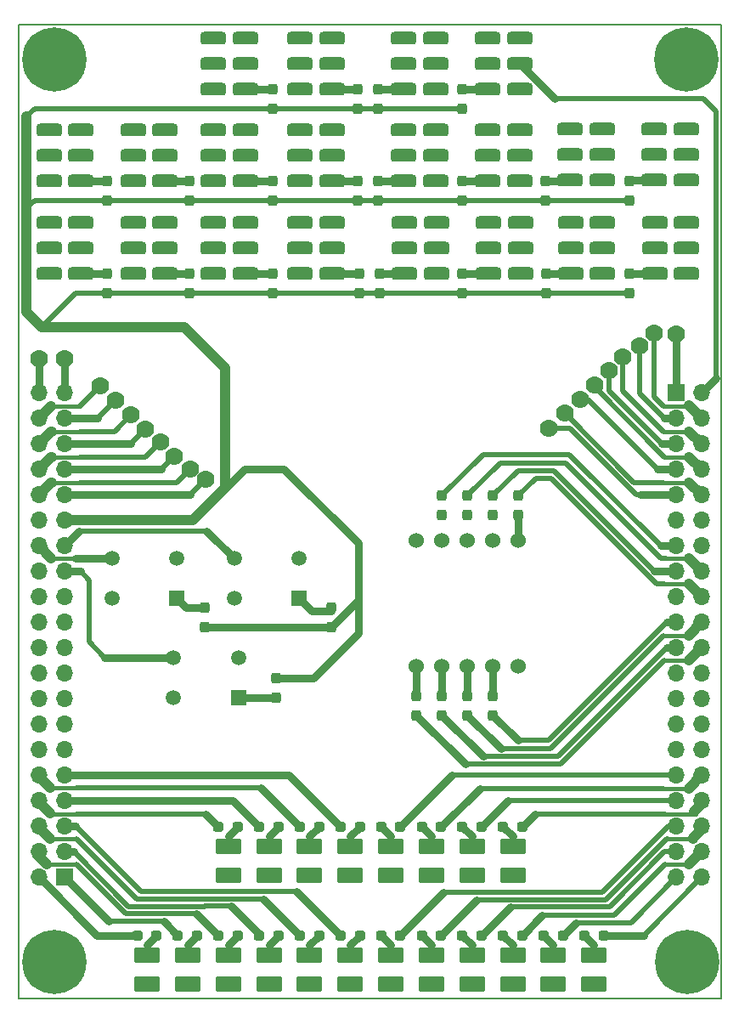
<source format=gtl>
%TF.GenerationSoftware,KiCad,Pcbnew,(6.0.1)*%
%TF.CreationDate,2022-04-05T15:29:15+02:00*%
%TF.ProjectId,ba_nano_version_2,62615f6e-616e-46f5-9f76-657273696f6e,rev?*%
%TF.SameCoordinates,Original*%
%TF.FileFunction,Copper,L1,Top*%
%TF.FilePolarity,Positive*%
%FSLAX46Y46*%
G04 Gerber Fmt 4.6, Leading zero omitted, Abs format (unit mm)*
G04 Created by KiCad (PCBNEW (6.0.1)) date 2022-04-05 15:29:15*
%MOMM*%
%LPD*%
G01*
G04 APERTURE LIST*
G04 Aperture macros list*
%AMRoundRect*
0 Rectangle with rounded corners*
0 $1 Rounding radius*
0 $2 $3 $4 $5 $6 $7 $8 $9 X,Y pos of 4 corners*
0 Add a 4 corners polygon primitive as box body*
4,1,4,$2,$3,$4,$5,$6,$7,$8,$9,$2,$3,0*
0 Add four circle primitives for the rounded corners*
1,1,$1+$1,$2,$3*
1,1,$1+$1,$4,$5*
1,1,$1+$1,$6,$7*
1,1,$1+$1,$8,$9*
0 Add four rect primitives between the rounded corners*
20,1,$1+$1,$2,$3,$4,$5,0*
20,1,$1+$1,$4,$5,$6,$7,0*
20,1,$1+$1,$6,$7,$8,$9,0*
20,1,$1+$1,$8,$9,$2,$3,0*%
G04 Aperture macros list end*
%TA.AperFunction,Profile*%
%ADD10C,0.200000*%
%TD*%
%TA.AperFunction,SMDPad,CuDef*%
%ADD11RoundRect,0.237500X0.237500X-0.287500X0.237500X0.287500X-0.237500X0.287500X-0.237500X-0.287500X0*%
%TD*%
%TA.AperFunction,SMDPad,CuDef*%
%ADD12RoundRect,0.237500X0.287500X0.237500X-0.287500X0.237500X-0.287500X-0.237500X0.287500X-0.237500X0*%
%TD*%
%TA.AperFunction,SMDPad,CuDef*%
%ADD13RoundRect,0.237500X-0.287500X-0.237500X0.287500X-0.237500X0.287500X0.237500X-0.287500X0.237500X0*%
%TD*%
%TA.AperFunction,ComponentPad*%
%ADD14RoundRect,0.317500X0.955000X-0.317500X0.955000X0.317500X-0.955000X0.317500X-0.955000X-0.317500X0*%
%TD*%
%TA.AperFunction,SMDPad,CuDef*%
%ADD15RoundRect,0.250000X1.025000X-0.550000X1.025000X0.550000X-1.025000X0.550000X-1.025000X-0.550000X0*%
%TD*%
%TA.AperFunction,ComponentPad*%
%ADD16C,6.400000*%
%TD*%
%TA.AperFunction,ComponentPad*%
%ADD17C,1.524000*%
%TD*%
%TA.AperFunction,ComponentPad*%
%ADD18R,1.500000X1.500000*%
%TD*%
%TA.AperFunction,ComponentPad*%
%ADD19C,1.500000*%
%TD*%
%TA.AperFunction,SMDPad,CuDef*%
%ADD20RoundRect,0.237500X-0.237500X0.287500X-0.237500X-0.287500X0.237500X-0.287500X0.237500X0.287500X0*%
%TD*%
%TA.AperFunction,ComponentPad*%
%ADD21R,1.700000X1.700000*%
%TD*%
%TA.AperFunction,ComponentPad*%
%ADD22O,1.700000X1.700000*%
%TD*%
%TA.AperFunction,ViaPad*%
%ADD23C,1.778000*%
%TD*%
%TA.AperFunction,Conductor*%
%ADD24C,0.508000*%
%TD*%
%TA.AperFunction,Conductor*%
%ADD25C,0.762000*%
%TD*%
%TA.AperFunction,Conductor*%
%ADD26C,1.016000*%
%TD*%
%TA.AperFunction,Conductor*%
%ADD27C,0.381000*%
%TD*%
G04 APERTURE END LIST*
D10*
X169658181Y-52980345D02*
X169658181Y-149982945D01*
X99655781Y-149982945D02*
X99655781Y-52980345D01*
X169658181Y-149982945D02*
X99655781Y-149982945D01*
X99655781Y-52980345D02*
X169658181Y-52980345D01*
D11*
%TO.P,R49,1*%
%TO.N,Net-(R49-Pad1)*%
X149479000Y-101800500D03*
%TO.P,R49,2*%
%TO.N,/GPIO_1_17*%
X149479000Y-99875500D03*
%TD*%
D12*
%TO.P,R8,1*%
%TO.N,/GPIO_1_35*%
X141762500Y-143675000D03*
%TO.P,R8,2*%
%TO.N,Net-(D8-Pad2)*%
X139837500Y-143675000D03*
%TD*%
%TO.P,R20,1*%
%TO.N,/GPIO_1_33*%
X149862500Y-132875000D03*
%TO.P,R20,2*%
%TO.N,Net-(D20-Pad2)*%
X147937500Y-132875000D03*
%TD*%
D13*
%TO.P,R3,1*%
%TO.N,/GPIO_0_3*%
X119587500Y-143675000D03*
%TO.P,R3,2*%
%TO.N,Net-(D3-Pad2)*%
X121512500Y-143675000D03*
%TD*%
D11*
%TO.P,R34,1*%
%TO.N,+3V3*%
X152273000Y-79702500D03*
%TO.P,R34,2*%
%TO.N,Net-(R34-Pad2)*%
X152273000Y-77777500D03*
%TD*%
%TO.P,R51,1*%
%TO.N,+3V3*%
X118200000Y-112962500D03*
%TO.P,R51,2*%
%TO.N,Net-(R51-Pad2)*%
X118200000Y-111037500D03*
%TD*%
D12*
%TO.P,R7,1*%
%TO.N,/GPIO_1_34*%
X137712500Y-143675000D03*
%TO.P,R7,2*%
%TO.N,Net-(D7-Pad2)*%
X135787500Y-143675000D03*
%TD*%
D13*
%TO.P,R1,1*%
%TO.N,/GPIO_0_1*%
X111487500Y-143675000D03*
%TO.P,R1,2*%
%TO.N,Net-(D1-Pad2)*%
X113412500Y-143675000D03*
%TD*%
D12*
%TO.P,R10,1*%
%TO.N,/GPIO_1_37*%
X149862500Y-143675000D03*
%TO.P,R10,2*%
%TO.N,Net-(D10-Pad2)*%
X147937500Y-143675000D03*
%TD*%
D14*
%TO.P,SW20,1,A*%
%TO.N,Net-(R40-Pad2)*%
X105863420Y-77759560D03*
%TO.P,SW20,2,B*%
%TO.N,/GPIO_0_37*%
X105863420Y-75219560D03*
%TO.P,SW20,3,C*%
%TO.N,GND*%
X105863420Y-72679560D03*
%TO.P,SW20,4,A*%
%TO.N,Net-(R40-Pad2)*%
X102670640Y-77759560D03*
%TO.P,SW20,5,B*%
%TO.N,/GPIO_0_37*%
X102670640Y-75219560D03*
%TO.P,SW20,6,C*%
%TO.N,GND*%
X102670640Y-72679560D03*
%TD*%
D15*
%TO.P,D18,1,K*%
%TO.N,GND*%
X140800000Y-137700000D03*
%TO.P,D18,2,A*%
%TO.N,Net-(D18-Pad2)*%
X140800000Y-134850000D03*
%TD*%
D14*
%TO.P,SW14,1,A*%
%TO.N,Net-(R34-Pad2)*%
X157854680Y-77724000D03*
%TO.P,SW14,2,B*%
%TO.N,/GPIO_1_5*%
X157854680Y-75184000D03*
%TO.P,SW14,3,C*%
%TO.N,GND*%
X157854680Y-72644000D03*
%TO.P,SW14,4,A*%
%TO.N,Net-(R34-Pad2)*%
X154661900Y-77724000D03*
%TO.P,SW14,5,B*%
%TO.N,/GPIO_1_5*%
X154661900Y-75184000D03*
%TO.P,SW14,6,C*%
%TO.N,GND*%
X154661900Y-72644000D03*
%TD*%
D11*
%TO.P,R35,1*%
%TO.N,+3V3*%
X143891000Y-79702500D03*
%TO.P,R35,2*%
%TO.N,Net-(R35-Pad2)*%
X143891000Y-77777500D03*
%TD*%
%TO.P,R31,1*%
%TO.N,+3V3*%
X116713000Y-70431500D03*
%TO.P,R31,2*%
%TO.N,Net-(R31-Pad2)*%
X116713000Y-68506500D03*
%TD*%
D16*
%TO.P,H4,1*%
%TO.N,N/C*%
X166243000Y-56388000D03*
%TD*%
D11*
%TO.P,R46,1*%
%TO.N,/GPIO_1_19*%
X144399000Y-121739500D03*
%TO.P,R46,2*%
%TO.N,Net-(R46-Pad2)*%
X144399000Y-119814500D03*
%TD*%
D15*
%TO.P,D4,1,K*%
%TO.N,GND*%
X124600000Y-148500000D03*
%TO.P,D4,2,A*%
%TO.N,Net-(D4-Pad2)*%
X124600000Y-145650000D03*
%TD*%
D11*
%TO.P,R36,1*%
%TO.N,+3V3*%
X135636000Y-79702500D03*
%TO.P,R36,2*%
%TO.N,Net-(R36-Pad2)*%
X135636000Y-77777500D03*
%TD*%
D13*
%TO.P,R5,1*%
%TO.N,/GPIO_0_5*%
X127687500Y-143675000D03*
%TO.P,R5,2*%
%TO.N,Net-(D5-Pad2)*%
X129612500Y-143675000D03*
%TD*%
D15*
%TO.P,D16,1,K*%
%TO.N,GND*%
X132700000Y-137700000D03*
%TO.P,D16,2,A*%
%TO.N,Net-(D16-Pad2)*%
X132700000Y-134850000D03*
%TD*%
D11*
%TO.P,R21,1*%
%TO.N,+3V3*%
X143891000Y-61287500D03*
%TO.P,R21,2*%
%TO.N,Net-(R21-Pad2)*%
X143891000Y-59362500D03*
%TD*%
%TO.P,R38,1*%
%TO.N,+3V3*%
X124968000Y-79702500D03*
%TO.P,R38,2*%
%TO.N,Net-(R38-Pad2)*%
X124968000Y-77777500D03*
%TD*%
D17*
%TO.P,U1,1,D*%
%TO.N,Net-(R42-Pad2)*%
X139319000Y-116867000D03*
%TO.P,U1,2,DP*%
%TO.N,Net-(R44-Pad2)*%
X141859000Y-116867000D03*
%TO.P,U1,3,E*%
%TO.N,Net-(R46-Pad2)*%
X144399000Y-116867000D03*
%TO.P,U1,4,C*%
%TO.N,Net-(R48-Pad2)*%
X146939000Y-116867000D03*
%TO.P,U1,5,CA_DIG2*%
%TO.N,GND*%
X149479000Y-116867000D03*
%TO.P,U1,6,B*%
%TO.N,Net-(R49-Pad1)*%
X149479000Y-104367000D03*
%TO.P,U1,7,A*%
%TO.N,Net-(R47-Pad1)*%
X146939000Y-104367000D03*
%TO.P,U1,8,F*%
%TO.N,Net-(R45-Pad1)*%
X144399000Y-104367000D03*
%TO.P,U1,9,G*%
%TO.N,Net-(R43-Pad1)*%
X141859000Y-104367000D03*
%TO.P,U1,10,CA_D1*%
%TO.N,GND*%
X139319000Y-104367000D03*
%TD*%
D14*
%TO.P,SW19,1,A*%
%TO.N,Net-(R39-Pad2)*%
X114255580Y-77759560D03*
%TO.P,SW19,2,B*%
%TO.N,/GPIO_0_35*%
X114255580Y-75219560D03*
%TO.P,SW19,3,C*%
%TO.N,GND*%
X114255580Y-72679560D03*
%TO.P,SW19,4,A*%
%TO.N,Net-(R39-Pad2)*%
X111062800Y-77759560D03*
%TO.P,SW19,5,B*%
%TO.N,/GPIO_0_35*%
X111062800Y-75219560D03*
%TO.P,SW19,6,C*%
%TO.N,GND*%
X111062800Y-72679560D03*
%TD*%
D11*
%TO.P,R23,1*%
%TO.N,+3V3*%
X133477000Y-61287500D03*
%TO.P,R23,2*%
%TO.N,Net-(R23-Pad2)*%
X133477000Y-59362500D03*
%TD*%
D14*
%TO.P,SW10,1,A*%
%TO.N,Net-(R30-Pad2)*%
X122228640Y-68513960D03*
%TO.P,SW10,2,B*%
%TO.N,/GPIO_0_32*%
X122228640Y-65973960D03*
%TO.P,SW10,3,C*%
%TO.N,GND*%
X122228640Y-63433960D03*
%TO.P,SW10,4,A*%
%TO.N,Net-(R30-Pad2)*%
X119035860Y-68513960D03*
%TO.P,SW10,5,B*%
%TO.N,/GPIO_0_32*%
X119035860Y-65973960D03*
%TO.P,SW10,6,C*%
%TO.N,GND*%
X119035860Y-63433960D03*
%TD*%
D13*
%TO.P,R4,1*%
%TO.N,/GPIO_0_2*%
X123637500Y-143675000D03*
%TO.P,R4,2*%
%TO.N,Net-(D4-Pad2)*%
X125562500Y-143675000D03*
%TD*%
D16*
%TO.P,H1,1*%
%TO.N,N/C*%
X103251000Y-146291300D03*
%TD*%
D15*
%TO.P,D1,1,K*%
%TO.N,GND*%
X112450000Y-148500000D03*
%TO.P,D1,2,A*%
%TO.N,Net-(D1-Pad2)*%
X112450000Y-145650000D03*
%TD*%
D11*
%TO.P,R28,1*%
%TO.N,+3V3*%
X135509000Y-70431500D03*
%TO.P,R28,2*%
%TO.N,Net-(R28-Pad2)*%
X135509000Y-68506500D03*
%TD*%
D18*
%TO.P,S1,1,COM_1*%
%TO.N,Net-(R52-Pad2)*%
X127635000Y-110109000D03*
D19*
%TO.P,S1,2,COM_2*%
X121135000Y-110109000D03*
%TO.P,S1,3,NO_1*%
%TO.N,/GPIO_0_26*%
X127635000Y-106109000D03*
%TO.P,S1,4,NO_2*%
X121135000Y-106109000D03*
%TD*%
D15*
%TO.P,D19,1,K*%
%TO.N,GND*%
X144850000Y-137700000D03*
%TO.P,D19,2,A*%
%TO.N,Net-(D19-Pad2)*%
X144850000Y-134850000D03*
%TD*%
D11*
%TO.P,R33,1*%
%TO.N,+3V3*%
X160528000Y-79702500D03*
%TO.P,R33,2*%
%TO.N,Net-(R33-Pad2)*%
X160528000Y-77777500D03*
%TD*%
D12*
%TO.P,R17,1*%
%TO.N,/GPIO_1_30*%
X137712500Y-132875000D03*
%TO.P,R17,2*%
%TO.N,Net-(D17-Pad2)*%
X135787500Y-132875000D03*
%TD*%
%TO.P,R11,1*%
%TO.N,/GPIO_1_38*%
X153912500Y-143675000D03*
%TO.P,R11,2*%
%TO.N,Net-(D11-Pad2)*%
X151987500Y-143675000D03*
%TD*%
D13*
%TO.P,R14,1*%
%TO.N,/GPIO_0_6*%
X123637500Y-132875000D03*
%TO.P,R14,2*%
%TO.N,Net-(D14-Pad2)*%
X125562500Y-132875000D03*
%TD*%
D12*
%TO.P,R18,1*%
%TO.N,/GPIO_1_31*%
X141762500Y-132875000D03*
%TO.P,R18,2*%
%TO.N,Net-(D18-Pad2)*%
X139837500Y-132875000D03*
%TD*%
D11*
%TO.P,R42,1*%
%TO.N,/GPIO_1_21*%
X139319000Y-121739500D03*
%TO.P,R42,2*%
%TO.N,Net-(R42-Pad2)*%
X139319000Y-119814500D03*
%TD*%
D16*
%TO.P,H3,1*%
%TO.N,N/C*%
X103251000Y-56375300D03*
%TD*%
D15*
%TO.P,D5,1,K*%
%TO.N,GND*%
X128650000Y-148500000D03*
%TO.P,D5,2,A*%
%TO.N,Net-(D5-Pad2)*%
X128650000Y-145650000D03*
%TD*%
D14*
%TO.P,SW18,1,A*%
%TO.N,Net-(R38-Pad2)*%
X122228640Y-77759560D03*
%TO.P,SW18,2,B*%
%TO.N,/GPIO_0_33*%
X122228640Y-75219560D03*
%TO.P,SW18,3,C*%
%TO.N,GND*%
X122228640Y-72679560D03*
%TO.P,SW18,4,A*%
%TO.N,Net-(R38-Pad2)*%
X119035860Y-77759560D03*
%TO.P,SW18,5,B*%
%TO.N,/GPIO_0_33*%
X119035860Y-75219560D03*
%TO.P,SW18,6,C*%
%TO.N,GND*%
X119035860Y-72679560D03*
%TD*%
%TO.P,SW3,1,A*%
%TO.N,Net-(R23-Pad2)*%
X130874800Y-59369960D03*
%TO.P,SW3,2,B*%
%TO.N,/GPIO_0_38*%
X130874800Y-56829960D03*
%TO.P,SW3,3,C*%
%TO.N,GND*%
X130874800Y-54289960D03*
%TO.P,SW3,4,A*%
%TO.N,Net-(R23-Pad2)*%
X127682020Y-59369960D03*
%TO.P,SW3,5,B*%
%TO.N,/GPIO_0_38*%
X127682020Y-56829960D03*
%TO.P,SW3,6,C*%
%TO.N,GND*%
X127682020Y-54289960D03*
%TD*%
D11*
%TO.P,R48,1*%
%TO.N,/GPIO_1_18*%
X146939000Y-121739500D03*
%TO.P,R48,2*%
%TO.N,Net-(R48-Pad2)*%
X146939000Y-119814500D03*
%TD*%
%TO.P,R24,1*%
%TO.N,+3V3*%
X124968000Y-61287500D03*
%TO.P,R24,2*%
%TO.N,Net-(R24-Pad2)*%
X124968000Y-59362500D03*
%TD*%
D14*
%TO.P,SW16,1,A*%
%TO.N,Net-(R36-Pad2)*%
X141304040Y-77759560D03*
%TO.P,SW16,2,B*%
%TO.N,/GPIO_1_9*%
X141304040Y-75219560D03*
%TO.P,SW16,3,C*%
%TO.N,GND*%
X141304040Y-72679560D03*
%TO.P,SW16,4,A*%
%TO.N,Net-(R36-Pad2)*%
X138111260Y-77759560D03*
%TO.P,SW16,5,B*%
%TO.N,/GPIO_1_9*%
X138111260Y-75219560D03*
%TO.P,SW16,6,C*%
%TO.N,GND*%
X138111260Y-72679560D03*
%TD*%
D15*
%TO.P,D13,1,K*%
%TO.N,GND*%
X120550000Y-137700000D03*
%TO.P,D13,2,A*%
%TO.N,Net-(D13-Pad2)*%
X120550000Y-134850000D03*
%TD*%
D13*
%TO.P,R6,1*%
%TO.N,/GPIO_0_4*%
X131737500Y-143675000D03*
%TO.P,R6,2*%
%TO.N,Net-(D6-Pad2)*%
X133662500Y-143675000D03*
%TD*%
D15*
%TO.P,D7,1,K*%
%TO.N,GND*%
X136750000Y-148500000D03*
%TO.P,D7,2,A*%
%TO.N,Net-(D7-Pad2)*%
X136750000Y-145650000D03*
%TD*%
D11*
%TO.P,R37,1*%
%TO.N,+3V3*%
X133604000Y-79702500D03*
%TO.P,R37,2*%
%TO.N,Net-(R37-Pad2)*%
X133604000Y-77777500D03*
%TD*%
D14*
%TO.P,SW15,1,A*%
%TO.N,Net-(R35-Pad2)*%
X149670800Y-77759560D03*
%TO.P,SW15,2,B*%
%TO.N,/GPIO_1_7*%
X149670800Y-75219560D03*
%TO.P,SW15,3,C*%
%TO.N,GND*%
X149670800Y-72679560D03*
%TO.P,SW15,4,A*%
%TO.N,Net-(R35-Pad2)*%
X146478020Y-77759560D03*
%TO.P,SW15,5,B*%
%TO.N,/GPIO_1_7*%
X146478020Y-75219560D03*
%TO.P,SW15,6,C*%
%TO.N,GND*%
X146478020Y-72679560D03*
%TD*%
%TO.P,SW2,1,A*%
%TO.N,Net-(R22-Pad2)*%
X141207520Y-59369960D03*
%TO.P,SW2,2,B*%
%TO.N,/GPIO_1_0*%
X141207520Y-56829960D03*
%TO.P,SW2,3,C*%
%TO.N,GND*%
X141207520Y-54289960D03*
%TO.P,SW2,4,A*%
%TO.N,Net-(R22-Pad2)*%
X138014740Y-59369960D03*
%TO.P,SW2,5,B*%
%TO.N,/GPIO_1_0*%
X138014740Y-56829960D03*
%TO.P,SW2,6,C*%
%TO.N,GND*%
X138014740Y-54289960D03*
%TD*%
D15*
%TO.P,D17,1,K*%
%TO.N,GND*%
X136750000Y-137700000D03*
%TO.P,D17,2,A*%
%TO.N,Net-(D17-Pad2)*%
X136750000Y-134850000D03*
%TD*%
D14*
%TO.P,SW6,1,A*%
%TO.N,Net-(R26-Pad2)*%
X157798800Y-68478400D03*
%TO.P,SW6,2,B*%
%TO.N,/GPIO_1_4*%
X157798800Y-65938400D03*
%TO.P,SW6,3,C*%
%TO.N,GND*%
X157798800Y-63398400D03*
%TO.P,SW6,4,A*%
%TO.N,Net-(R26-Pad2)*%
X154606020Y-68478400D03*
%TO.P,SW6,5,B*%
%TO.N,/GPIO_1_4*%
X154606020Y-65938400D03*
%TO.P,SW6,6,C*%
%TO.N,GND*%
X154606020Y-63398400D03*
%TD*%
D20*
%TO.P,R53,1*%
%TO.N,+3V3*%
X125300000Y-118075000D03*
%TO.P,R53,2*%
%TO.N,Net-(R53-Pad2)*%
X125300000Y-120000000D03*
%TD*%
D11*
%TO.P,R25,1*%
%TO.N,+3V3*%
X160528000Y-70431500D03*
%TO.P,R25,2*%
%TO.N,Net-(R25-Pad2)*%
X160528000Y-68506500D03*
%TD*%
D16*
%TO.P,H2,1*%
%TO.N,N/C*%
X166268400Y-146291300D03*
%TD*%
D14*
%TO.P,SW11,1,A*%
%TO.N,Net-(R31-Pad2)*%
X114255580Y-68513960D03*
%TO.P,SW11,2,B*%
%TO.N,/GPIO_0_34*%
X114255580Y-65973960D03*
%TO.P,SW11,3,C*%
%TO.N,GND*%
X114255580Y-63433960D03*
%TO.P,SW11,4,A*%
%TO.N,Net-(R31-Pad2)*%
X111062800Y-68513960D03*
%TO.P,SW11,5,B*%
%TO.N,/GPIO_0_34*%
X111062800Y-65973960D03*
%TO.P,SW11,6,C*%
%TO.N,GND*%
X111062800Y-63433960D03*
%TD*%
D13*
%TO.P,R16,1*%
%TO.N,/GPIO_0_8*%
X131737500Y-132875000D03*
%TO.P,R16,2*%
%TO.N,Net-(D16-Pad2)*%
X133662500Y-132875000D03*
%TD*%
D14*
%TO.P,SW5,1,A*%
%TO.N,Net-(R25-Pad2)*%
X166218900Y-68478400D03*
%TO.P,SW5,2,B*%
%TO.N,/GPIO_1_2*%
X166218900Y-65938400D03*
%TO.P,SW5,3,C*%
%TO.N,GND*%
X166218900Y-63398400D03*
%TO.P,SW5,4,A*%
%TO.N,Net-(R25-Pad2)*%
X163026120Y-68478400D03*
%TO.P,SW5,5,B*%
%TO.N,/GPIO_1_2*%
X163026120Y-65938400D03*
%TO.P,SW5,6,C*%
%TO.N,GND*%
X163026120Y-63398400D03*
%TD*%
D11*
%TO.P,R22,1*%
%TO.N,+3V3*%
X135509000Y-61287500D03*
%TO.P,R22,2*%
%TO.N,Net-(R22-Pad2)*%
X135509000Y-59362500D03*
%TD*%
D15*
%TO.P,D11,1,K*%
%TO.N,GND*%
X152950000Y-148500000D03*
%TO.P,D11,2,A*%
%TO.N,Net-(D11-Pad2)*%
X152950000Y-145650000D03*
%TD*%
D14*
%TO.P,SW1,1,A*%
%TO.N,Net-(R21-Pad2)*%
X149625080Y-59369960D03*
%TO.P,SW1,2,B*%
%TO.N,/GPIO_1_1*%
X149625080Y-56829960D03*
%TO.P,SW1,3,C*%
%TO.N,GND*%
X149625080Y-54289960D03*
%TO.P,SW1,4,A*%
%TO.N,Net-(R21-Pad2)*%
X146432300Y-59369960D03*
%TO.P,SW1,5,B*%
%TO.N,/GPIO_1_1*%
X146432300Y-56829960D03*
%TO.P,SW1,6,C*%
%TO.N,GND*%
X146432300Y-54289960D03*
%TD*%
D13*
%TO.P,R2,1*%
%TO.N,/GPIO_0_0*%
X115537500Y-143675000D03*
%TO.P,R2,2*%
%TO.N,Net-(D2-Pad2)*%
X117462500Y-143675000D03*
%TD*%
D11*
%TO.P,R27,1*%
%TO.N,+3V3*%
X143891000Y-70431500D03*
%TO.P,R27,2*%
%TO.N,Net-(R27-Pad2)*%
X143891000Y-68506500D03*
%TD*%
%TO.P,R45,1*%
%TO.N,Net-(R45-Pad1)*%
X144399000Y-101800500D03*
%TO.P,R45,2*%
%TO.N,/GPIO_1_15*%
X144399000Y-99875500D03*
%TD*%
D13*
%TO.P,R13,1*%
%TO.N,/GPIO_0_7*%
X119587500Y-132875000D03*
%TO.P,R13,2*%
%TO.N,Net-(D13-Pad2)*%
X121512500Y-132875000D03*
%TD*%
D15*
%TO.P,D8,1,K*%
%TO.N,GND*%
X140800000Y-148500000D03*
%TO.P,D8,2,A*%
%TO.N,Net-(D8-Pad2)*%
X140800000Y-145650000D03*
%TD*%
D14*
%TO.P,SW4,1,A*%
%TO.N,Net-(R24-Pad2)*%
X122228640Y-59369960D03*
%TO.P,SW4,2,B*%
%TO.N,/GPIO_0_39*%
X122228640Y-56829960D03*
%TO.P,SW4,3,C*%
%TO.N,GND*%
X122228640Y-54289960D03*
%TO.P,SW4,4,A*%
%TO.N,Net-(R24-Pad2)*%
X119035860Y-59369960D03*
%TO.P,SW4,5,B*%
%TO.N,/GPIO_0_39*%
X119035860Y-56829960D03*
%TO.P,SW4,6,C*%
%TO.N,GND*%
X119035860Y-54289960D03*
%TD*%
%TO.P,SW7,1,A*%
%TO.N,Net-(R27-Pad2)*%
X149625080Y-68513960D03*
%TO.P,SW7,2,B*%
%TO.N,/GPIO_1_6*%
X149625080Y-65973960D03*
%TO.P,SW7,3,C*%
%TO.N,GND*%
X149625080Y-63433960D03*
%TO.P,SW7,4,A*%
%TO.N,Net-(R27-Pad2)*%
X146432300Y-68513960D03*
%TO.P,SW7,5,B*%
%TO.N,/GPIO_1_6*%
X146432300Y-65973960D03*
%TO.P,SW7,6,C*%
%TO.N,GND*%
X146432300Y-63433960D03*
%TD*%
D18*
%TO.P,S3,1,COM_1*%
%TO.N,Net-(R51-Pad2)*%
X115443000Y-110109000D03*
D19*
%TO.P,S3,2,COM_2*%
X108943000Y-110109000D03*
%TO.P,S3,3,NO_1*%
%TO.N,/GPIO_0_27*%
X115443000Y-106109000D03*
%TO.P,S3,4,NO_2*%
X108943000Y-106109000D03*
%TD*%
D15*
%TO.P,D20,1,K*%
%TO.N,GND*%
X148900000Y-137700000D03*
%TO.P,D20,2,A*%
%TO.N,Net-(D20-Pad2)*%
X148900000Y-134850000D03*
%TD*%
%TO.P,D10,1,K*%
%TO.N,GND*%
X148900000Y-148500000D03*
%TO.P,D10,2,A*%
%TO.N,Net-(D10-Pad2)*%
X148900000Y-145650000D03*
%TD*%
D21*
%TO.P,J1,1,Pin_1*%
%TO.N,/GPIO_0_0*%
X104216200Y-137883900D03*
D22*
%TO.P,J1,2,Pin_2*%
%TO.N,/GPIO_0_1*%
X101676200Y-137883900D03*
%TO.P,J1,3,Pin_3*%
%TO.N,/GPIO_0_2*%
X104216200Y-135343900D03*
%TO.P,J1,4,Pin_4*%
%TO.N,/GPIO_0_3*%
X101676200Y-135343900D03*
%TO.P,J1,5,Pin_5*%
%TO.N,/GPIO_0_4*%
X104216200Y-132803900D03*
%TO.P,J1,6,Pin_6*%
%TO.N,/GPIO_0_5*%
X101676200Y-132803900D03*
%TO.P,J1,7,Pin_7*%
%TO.N,/GPIO_0_6*%
X104216200Y-130263900D03*
%TO.P,J1,8,Pin_8*%
%TO.N,/GPIO_0_7*%
X101676200Y-130263900D03*
%TO.P,J1,9,Pin_9*%
%TO.N,/GPIO_0_8*%
X104216200Y-127723900D03*
%TO.P,J1,10,Pin_10*%
%TO.N,/GPIO_0_9*%
X101676200Y-127723900D03*
%TO.P,J1,11,Pin_11*%
%TO.N,unconnected-(J1-Pad11)*%
X104216200Y-125183900D03*
%TO.P,J1,12,Pin_12*%
%TO.N,GND*%
X101676200Y-125183900D03*
%TO.P,J1,13,Pin_13*%
%TO.N,/GPIO_0_12*%
X104216200Y-122643900D03*
%TO.P,J1,14,Pin_14*%
%TO.N,/GPIO_0_13*%
X101676200Y-122643900D03*
%TO.P,J1,15,Pin_15*%
%TO.N,/GPIO_0_14*%
X104216200Y-120103900D03*
%TO.P,J1,16,Pin_16*%
%TO.N,/GPIO_0_15*%
X101676200Y-120103900D03*
%TO.P,J1,17,Pin_17*%
%TO.N,/GPIO_0_16*%
X104216200Y-117563900D03*
%TO.P,J1,18,Pin_18*%
%TO.N,/GPIO_0_17*%
X101676200Y-117563900D03*
%TO.P,J1,19,Pin_19*%
%TO.N,/GPIO_0_18*%
X104216200Y-115023900D03*
%TO.P,J1,20,Pin_20*%
%TO.N,/GPIO_0_19*%
X101676200Y-115023900D03*
%TO.P,J1,21,Pin_21*%
%TO.N,/GPIO_0_20*%
X104216200Y-112483900D03*
%TO.P,J1,22,Pin_22*%
%TO.N,/GPIO_0_21*%
X101676200Y-112483900D03*
%TO.P,J1,23,Pin_23*%
%TO.N,/GPIO_0_22*%
X104216200Y-109943900D03*
%TO.P,J1,24,Pin_24*%
%TO.N,/GPIO_0_23*%
X101676200Y-109943900D03*
%TO.P,J1,25,Pin_25*%
%TO.N,/GPIO_0_24*%
X104216200Y-107403900D03*
%TO.P,J1,26,Pin_26*%
%TO.N,/GPIO_0_25*%
X101676200Y-107403900D03*
%TO.P,J1,27,Pin_27*%
%TO.N,/GPIO_0_26*%
X104216200Y-104863900D03*
%TO.P,J1,28,Pin_28*%
%TO.N,/GPIO_0_27*%
X101676200Y-104863900D03*
%TO.P,J1,29,Pin_29*%
%TO.N,+3V3*%
X104216200Y-102323900D03*
%TO.P,J1,30,Pin_30*%
%TO.N,GND*%
X101676200Y-102323900D03*
%TO.P,J1,31,Pin_31*%
%TO.N,/GPIO_0_30*%
X104216200Y-99783900D03*
%TO.P,J1,32,Pin_32*%
%TO.N,/GPIO_0_31*%
X101676200Y-99783900D03*
%TO.P,J1,33,Pin_33*%
%TO.N,/GPIO_0_32*%
X104216200Y-97243900D03*
%TO.P,J1,34,Pin_34*%
%TO.N,/GPIO_0_33*%
X101676200Y-97243900D03*
%TO.P,J1,35,Pin_35*%
%TO.N,/GPIO_0_34*%
X104216200Y-94703900D03*
%TO.P,J1,36,Pin_36*%
%TO.N,/GPIO_0_35*%
X101676200Y-94703900D03*
%TO.P,J1,37,Pin_37*%
%TO.N,/GPIO_0_36*%
X104216200Y-92163900D03*
%TO.P,J1,38,Pin_38*%
%TO.N,/GPIO_0_37*%
X101676200Y-92163900D03*
%TO.P,J1,39,Pin_39*%
%TO.N,/GPIO_0_38*%
X104216200Y-89623900D03*
%TO.P,J1,40,Pin_40*%
%TO.N,/GPIO_0_39*%
X101676200Y-89623900D03*
%TD*%
D14*
%TO.P,SW9,1,A*%
%TO.N,Net-(R29-Pad2)*%
X130874800Y-68513960D03*
%TO.P,SW9,2,B*%
%TO.N,/GPIO_0_30*%
X130874800Y-65973960D03*
%TO.P,SW9,3,C*%
%TO.N,GND*%
X130874800Y-63433960D03*
%TO.P,SW9,4,A*%
%TO.N,Net-(R29-Pad2)*%
X127682020Y-68513960D03*
%TO.P,SW9,5,B*%
%TO.N,/GPIO_0_30*%
X127682020Y-65973960D03*
%TO.P,SW9,6,C*%
%TO.N,GND*%
X127682020Y-63433960D03*
%TD*%
D11*
%TO.P,R43,1*%
%TO.N,Net-(R43-Pad1)*%
X141859000Y-101800500D03*
%TO.P,R43,2*%
%TO.N,/GPIO_1_12*%
X141859000Y-99875500D03*
%TD*%
D14*
%TO.P,SW12,1,A*%
%TO.N,Net-(R32-Pad2)*%
X105863420Y-68513960D03*
%TO.P,SW12,2,B*%
%TO.N,/GPIO_0_36*%
X105863420Y-65973960D03*
%TO.P,SW12,3,C*%
%TO.N,GND*%
X105863420Y-63433960D03*
%TO.P,SW12,4,A*%
%TO.N,Net-(R32-Pad2)*%
X102670640Y-68513960D03*
%TO.P,SW12,5,B*%
%TO.N,/GPIO_0_36*%
X102670640Y-65973960D03*
%TO.P,SW12,6,C*%
%TO.N,GND*%
X102670640Y-63433960D03*
%TD*%
D11*
%TO.P,R44,1*%
%TO.N,/GPIO_1_20*%
X141859000Y-121739500D03*
%TO.P,R44,2*%
%TO.N,Net-(R44-Pad2)*%
X141859000Y-119814500D03*
%TD*%
D15*
%TO.P,D15,1,K*%
%TO.N,GND*%
X128650000Y-137700000D03*
%TO.P,D15,2,A*%
%TO.N,Net-(D15-Pad2)*%
X128650000Y-134850000D03*
%TD*%
D18*
%TO.P,S2,1,COM_1*%
%TO.N,Net-(R53-Pad2)*%
X121614000Y-119983000D03*
D19*
%TO.P,S2,2,COM_2*%
X115114000Y-119983000D03*
%TO.P,S2,3,NO_1*%
%TO.N,/GPIO_0_24*%
X121614000Y-115983000D03*
%TO.P,S2,4,NO_2*%
X115114000Y-115983000D03*
%TD*%
D11*
%TO.P,R39,1*%
%TO.N,+3V3*%
X116713000Y-79702500D03*
%TO.P,R39,2*%
%TO.N,Net-(R39-Pad2)*%
X116713000Y-77777500D03*
%TD*%
D12*
%TO.P,R19,1*%
%TO.N,/GPIO_1_32*%
X145812500Y-132875000D03*
%TO.P,R19,2*%
%TO.N,Net-(D19-Pad2)*%
X143887500Y-132875000D03*
%TD*%
D15*
%TO.P,D12,1,K*%
%TO.N,GND*%
X157000000Y-148500000D03*
%TO.P,D12,2,A*%
%TO.N,Net-(D12-Pad2)*%
X157000000Y-145650000D03*
%TD*%
D14*
%TO.P,SW8,1,A*%
%TO.N,Net-(R28-Pad2)*%
X141207520Y-68513960D03*
%TO.P,SW8,2,B*%
%TO.N,/GPIO_1_8*%
X141207520Y-65973960D03*
%TO.P,SW8,3,C*%
%TO.N,GND*%
X141207520Y-63433960D03*
%TO.P,SW8,4,A*%
%TO.N,Net-(R28-Pad2)*%
X138014740Y-68513960D03*
%TO.P,SW8,5,B*%
%TO.N,/GPIO_1_8*%
X138014740Y-65973960D03*
%TO.P,SW8,6,C*%
%TO.N,GND*%
X138014740Y-63433960D03*
%TD*%
D11*
%TO.P,R47,1*%
%TO.N,Net-(R47-Pad1)*%
X146939000Y-101800500D03*
%TO.P,R47,2*%
%TO.N,/GPIO_1_14*%
X146939000Y-99875500D03*
%TD*%
%TO.P,R40,1*%
%TO.N,+3V3*%
X108458000Y-79702500D03*
%TO.P,R40,2*%
%TO.N,Net-(R40-Pad2)*%
X108458000Y-77777500D03*
%TD*%
D14*
%TO.P,SW17,1,A*%
%TO.N,Net-(R37-Pad2)*%
X130874800Y-77759560D03*
%TO.P,SW17,2,B*%
%TO.N,/GPIO_0_31*%
X130874800Y-75219560D03*
%TO.P,SW17,3,C*%
%TO.N,GND*%
X130874800Y-72679560D03*
%TO.P,SW17,4,A*%
%TO.N,Net-(R37-Pad2)*%
X127682020Y-77759560D03*
%TO.P,SW17,5,B*%
%TO.N,/GPIO_0_31*%
X127682020Y-75219560D03*
%TO.P,SW17,6,C*%
%TO.N,GND*%
X127682020Y-72679560D03*
%TD*%
D15*
%TO.P,D2,1,K*%
%TO.N,GND*%
X116500000Y-148500000D03*
%TO.P,D2,2,A*%
%TO.N,Net-(D2-Pad2)*%
X116500000Y-145650000D03*
%TD*%
D21*
%TO.P,J2,1,Pin_1*%
%TO.N,/GPIO_1_0*%
X165188900Y-89623900D03*
D22*
%TO.P,J2,2,Pin_2*%
%TO.N,/GPIO_1_1*%
X167728900Y-89623900D03*
%TO.P,J2,3,Pin_3*%
%TO.N,/GPIO_1_2*%
X165188900Y-92163900D03*
%TO.P,J2,4,Pin_4*%
%TO.N,/GPIO_1_3*%
X167728900Y-92163900D03*
%TO.P,J2,5,Pin_5*%
%TO.N,/GPIO_1_4*%
X165188900Y-94703900D03*
%TO.P,J2,6,Pin_6*%
%TO.N,/GPIO_1_5*%
X167728900Y-94703900D03*
%TO.P,J2,7,Pin_7*%
%TO.N,/GPIO_1_6*%
X165188900Y-97243900D03*
%TO.P,J2,8,Pin_8*%
%TO.N,/GPIO_1_7*%
X167728900Y-97243900D03*
%TO.P,J2,9,Pin_9*%
%TO.N,/GPIO_1_8*%
X165188900Y-99783900D03*
%TO.P,J2,10,Pin_10*%
%TO.N,/GPIO_1_9*%
X167728900Y-99783900D03*
%TO.P,J2,11,Pin_11*%
%TO.N,unconnected-(J2-Pad11)*%
X165188900Y-102323900D03*
%TO.P,J2,12,Pin_12*%
%TO.N,GND*%
X167728900Y-102323900D03*
%TO.P,J2,13,Pin_13*%
%TO.N,/GPIO_1_12*%
X165188900Y-104863900D03*
%TO.P,J2,14,Pin_14*%
%TO.N,/GPIO_1_13*%
X167728900Y-104863900D03*
%TO.P,J2,15,Pin_15*%
%TO.N,/GPIO_1_14*%
X165188900Y-107403900D03*
%TO.P,J2,16,Pin_16*%
%TO.N,/GPIO_1_15*%
X167728900Y-107403900D03*
%TO.P,J2,17,Pin_17*%
%TO.N,/GPIO_1_16*%
X165188900Y-109943900D03*
%TO.P,J2,18,Pin_18*%
%TO.N,/GPIO_1_17*%
X167728900Y-109943900D03*
%TO.P,J2,19,Pin_19*%
%TO.N,/GPIO_1_18*%
X165188900Y-112483900D03*
%TO.P,J2,20,Pin_20*%
%TO.N,/GPIO_1_19*%
X167728900Y-112483900D03*
%TO.P,J2,21,Pin_21*%
%TO.N,/GPIO_1_20*%
X165188900Y-115023900D03*
%TO.P,J2,22,Pin_22*%
%TO.N,/GPIO_1_21*%
X167728900Y-115023900D03*
%TO.P,J2,23,Pin_23*%
%TO.N,/GPIO_1_22*%
X165188900Y-117563900D03*
%TO.P,J2,24,Pin_24*%
%TO.N,/GPIO_1_23*%
X167728900Y-117563900D03*
%TO.P,J2,25,Pin_25*%
%TO.N,/GPIO_1_24*%
X165188900Y-120103900D03*
%TO.P,J2,26,Pin_26*%
%TO.N,/GPIO_1_25*%
X167728900Y-120103900D03*
%TO.P,J2,27,Pin_27*%
%TO.N,/GPIO_1_26*%
X165188900Y-122643900D03*
%TO.P,J2,28,Pin_28*%
%TO.N,/GPIO_1_27*%
X167728900Y-122643900D03*
%TO.P,J2,29,Pin_29*%
%TO.N,+3V3*%
X165188900Y-125183900D03*
%TO.P,J2,30,Pin_30*%
%TO.N,GND*%
X167728900Y-125183900D03*
%TO.P,J2,31,Pin_31*%
%TO.N,/GPIO_1_30*%
X165188900Y-127723900D03*
%TO.P,J2,32,Pin_32*%
%TO.N,/GPIO_1_31*%
X167728900Y-127723900D03*
%TO.P,J2,33,Pin_33*%
%TO.N,/GPIO_1_32*%
X165188900Y-130263900D03*
%TO.P,J2,34,Pin_34*%
%TO.N,/GPIO_1_33*%
X167728900Y-130263900D03*
%TO.P,J2,35,Pin_35*%
%TO.N,/GPIO_1_34*%
X165188900Y-132803900D03*
%TO.P,J2,36,Pin_36*%
%TO.N,/GPIO_1_35*%
X167728900Y-132803900D03*
%TO.P,J2,37,Pin_37*%
%TO.N,/GPIO_1_36*%
X165188900Y-135343900D03*
%TO.P,J2,38,Pin_38*%
%TO.N,/GPIO_1_37*%
X167728900Y-135343900D03*
%TO.P,J2,39,Pin_39*%
%TO.N,/GPIO_1_38*%
X165188900Y-137883900D03*
%TO.P,J2,40,Pin_40*%
%TO.N,/GPIO_1_39*%
X167728900Y-137883900D03*
%TD*%
D11*
%TO.P,R52,1*%
%TO.N,+3V3*%
X130800000Y-112962500D03*
%TO.P,R52,2*%
%TO.N,Net-(R52-Pad2)*%
X130800000Y-111037500D03*
%TD*%
D14*
%TO.P,SW13,1,A*%
%TO.N,Net-(R33-Pad2)*%
X166246840Y-77724000D03*
%TO.P,SW13,2,B*%
%TO.N,/GPIO_1_3*%
X166246840Y-75184000D03*
%TO.P,SW13,3,C*%
%TO.N,GND*%
X166246840Y-72644000D03*
%TO.P,SW13,4,A*%
%TO.N,Net-(R33-Pad2)*%
X163054060Y-77724000D03*
%TO.P,SW13,5,B*%
%TO.N,/GPIO_1_3*%
X163054060Y-75184000D03*
%TO.P,SW13,6,C*%
%TO.N,GND*%
X163054060Y-72644000D03*
%TD*%
D11*
%TO.P,R32,1*%
%TO.N,+3V3*%
X108458000Y-70431500D03*
%TO.P,R32,2*%
%TO.N,Net-(R32-Pad2)*%
X108458000Y-68506500D03*
%TD*%
%TO.P,R29,1*%
%TO.N,+3V3*%
X133477000Y-70431500D03*
%TO.P,R29,2*%
%TO.N,Net-(R29-Pad2)*%
X133477000Y-68506500D03*
%TD*%
D12*
%TO.P,R9,1*%
%TO.N,/GPIO_1_36*%
X145812500Y-143675000D03*
%TO.P,R9,2*%
%TO.N,Net-(D9-Pad2)*%
X143887500Y-143675000D03*
%TD*%
D15*
%TO.P,D14,1,K*%
%TO.N,GND*%
X124600000Y-137700000D03*
%TO.P,D14,2,A*%
%TO.N,Net-(D14-Pad2)*%
X124600000Y-134850000D03*
%TD*%
%TO.P,D3,1,K*%
%TO.N,GND*%
X120550000Y-148500000D03*
%TO.P,D3,2,A*%
%TO.N,Net-(D3-Pad2)*%
X120550000Y-145650000D03*
%TD*%
D12*
%TO.P,R12,1*%
%TO.N,/GPIO_1_39*%
X157962500Y-143675000D03*
%TO.P,R12,2*%
%TO.N,Net-(D12-Pad2)*%
X156037500Y-143675000D03*
%TD*%
D15*
%TO.P,D9,1,K*%
%TO.N,GND*%
X144850000Y-148500000D03*
%TO.P,D9,2,A*%
%TO.N,Net-(D9-Pad2)*%
X144850000Y-145650000D03*
%TD*%
D11*
%TO.P,R30,1*%
%TO.N,+3V3*%
X124968000Y-70431500D03*
%TO.P,R30,2*%
%TO.N,Net-(R30-Pad2)*%
X124968000Y-68506500D03*
%TD*%
D13*
%TO.P,R15,1*%
%TO.N,/GPIO_0_9*%
X127687500Y-132875000D03*
%TO.P,R15,2*%
%TO.N,Net-(D15-Pad2)*%
X129612500Y-132875000D03*
%TD*%
D15*
%TO.P,D6,1,K*%
%TO.N,GND*%
X132700000Y-148500000D03*
%TO.P,D6,2,A*%
%TO.N,Net-(D6-Pad2)*%
X132700000Y-145650000D03*
%TD*%
D11*
%TO.P,R26,1*%
%TO.N,+3V3*%
X152146000Y-70431500D03*
%TO.P,R26,2*%
%TO.N,Net-(R26-Pad2)*%
X152146000Y-68506500D03*
%TD*%
D23*
%TO.N,/GPIO_0_30*%
X118275000Y-98275000D03*
%TO.N,/GPIO_0_31*%
X116725000Y-97250000D03*
%TO.N,/GPIO_1_0*%
X165175000Y-83800000D03*
%TO.N,/GPIO_1_2*%
X161525000Y-84950000D03*
%TO.N,/GPIO_1_3*%
X163025000Y-83700000D03*
%TO.N,/GPIO_1_4*%
X158475000Y-87400000D03*
%TO.N,/GPIO_1_5*%
X159900000Y-86075000D03*
%TO.N,/GPIO_1_6*%
X155650000Y-90325000D03*
%TO.N,/GPIO_1_7*%
X157050000Y-88825000D03*
%TO.N,/GPIO_1_8*%
X152475000Y-93150000D03*
%TO.N,/GPIO_1_9*%
X154100000Y-91650000D03*
%TO.N,/GPIO_0_32*%
X115175000Y-95950000D03*
%TO.N,/GPIO_0_33*%
X113775000Y-94550000D03*
%TO.N,/GPIO_0_34*%
X112300000Y-93225000D03*
%TO.N,/GPIO_0_35*%
X110871000Y-91821000D03*
%TO.N,/GPIO_0_36*%
X109325000Y-90375000D03*
%TO.N,/GPIO_0_37*%
X107823000Y-88900000D03*
%TO.N,/GPIO_0_38*%
X104267000Y-86233000D03*
%TO.N,/GPIO_0_39*%
X101727000Y-86233000D03*
%TD*%
D24*
%TO.N,/GPIO_1_17*%
X151183500Y-98171000D02*
X149479000Y-99875500D01*
X152781000Y-98171000D02*
X151183500Y-98171000D01*
X163253911Y-108643911D02*
X152781000Y-98171000D01*
D25*
%TO.N,Net-(R49-Pad1)*%
X149479000Y-104367000D02*
X149479000Y-101800500D01*
%TO.N,Net-(D20-Pad2)*%
X148900007Y-133837502D02*
X147937499Y-132874995D01*
D24*
X148900000Y-134850000D02*
X148900000Y-133837500D01*
D25*
%TO.N,Net-(D19-Pad2)*%
X144850002Y-133837502D02*
X143887495Y-132874995D01*
D24*
X144850000Y-134850000D02*
X144850000Y-133837500D01*
D25*
%TO.N,Net-(D18-Pad2)*%
X140799998Y-133837502D02*
X139837490Y-132874995D01*
D24*
X140800000Y-134850000D02*
X140800000Y-133837500D01*
D25*
%TO.N,Net-(D17-Pad2)*%
X136749993Y-133837502D02*
X135787511Y-132874995D01*
D24*
X136750000Y-134850000D02*
X136750000Y-133837500D01*
D25*
%TO.N,Net-(D16-Pad2)*%
X132699989Y-133837502D02*
X133662496Y-132874995D01*
D24*
X132700000Y-134850000D02*
X132700000Y-133837500D01*
D25*
%TO.N,Net-(D15-Pad2)*%
X128650009Y-133837502D02*
X129612492Y-132874995D01*
D24*
X128650000Y-134850000D02*
X128650000Y-133837500D01*
D25*
%TO.N,Net-(D14-Pad2)*%
X124600005Y-133837502D02*
X125562512Y-132874995D01*
D24*
X124600000Y-134850000D02*
X124600000Y-133837500D01*
D25*
%TO.N,Net-(D13-Pad2)*%
X120550000Y-133837502D02*
X121512508Y-132874995D01*
D24*
X120550000Y-134850000D02*
X120550000Y-133837500D01*
%TO.N,/GPIO_0_0*%
X104216200Y-137883900D02*
X104258900Y-137883900D01*
X115525000Y-143675000D02*
X115537500Y-143675000D01*
X115537500Y-143687500D02*
X115537500Y-143739000D01*
D25*
X104258897Y-137883900D02*
X108674992Y-142299995D01*
D24*
X108675000Y-142300000D02*
X114150000Y-142300000D01*
D25*
X114149988Y-142299995D02*
X115524991Y-143674998D01*
%TO.N,Net-(D1-Pad2)*%
X112449991Y-144637506D02*
X113412499Y-143674998D01*
D24*
X112450000Y-145650000D02*
X112450000Y-144637500D01*
D25*
%TO.N,/GPIO_0_1*%
X107467298Y-143674998D02*
X111487509Y-143674998D01*
X101676200Y-137883900D02*
X107467298Y-143674998D01*
D24*
%TO.N,/GPIO_0_2*%
X120850000Y-140775000D02*
X118225000Y-140775000D01*
X123637500Y-143675000D02*
X123637500Y-143562500D01*
X118211692Y-140788308D02*
X110611692Y-140788308D01*
X110611692Y-140788308D02*
X105167284Y-135343900D01*
X118225000Y-140775000D02*
X118211692Y-140788308D01*
D25*
X105167278Y-135343900D02*
X104216200Y-135343900D01*
X123637497Y-143562502D02*
X120850000Y-140775004D01*
%TO.N,/GPIO_0_3*%
X117375000Y-141499996D02*
X119550002Y-143674998D01*
D24*
X105406711Y-136583911D02*
X110322800Y-141500000D01*
D26*
X101532792Y-135343900D02*
X101532792Y-135681246D01*
X101532792Y-135681246D02*
X102465173Y-136613627D01*
D24*
X119550000Y-143675000D02*
X119587500Y-143675000D01*
X110322800Y-141500000D02*
X117375000Y-141500000D01*
D27*
X102772803Y-136583911D02*
X105406711Y-136583911D01*
D24*
X119587500Y-143712500D02*
X119587500Y-143739000D01*
D25*
%TO.N,/GPIO_0_4*%
X105328898Y-132803900D02*
X104216200Y-132803900D01*
X131737506Y-143674998D02*
X127387502Y-139324994D01*
D24*
X111850000Y-139325000D02*
X105328900Y-132803900D01*
X127387500Y-139325000D02*
X111850000Y-139325000D01*
%TO.N,/GPIO_0_5*%
X120867480Y-140067480D02*
X111432520Y-140067480D01*
D27*
X102772794Y-134043903D02*
X105406774Y-134043903D01*
D24*
X124079980Y-140067480D02*
X120867480Y-140067480D01*
X110909689Y-139544649D02*
X111432520Y-140067480D01*
D26*
X101532792Y-132803900D02*
X102772803Y-134043911D01*
D24*
X110907520Y-139544649D02*
X105406774Y-134043903D01*
X110907520Y-139544649D02*
X110909689Y-139544649D01*
D25*
X127687502Y-143674998D02*
X124079991Y-140067487D01*
%TO.N,/GPIO_0_6*%
X104216200Y-130263900D02*
X121026403Y-130263900D01*
X121026403Y-130263900D02*
X123637497Y-132874995D01*
%TO.N,/GPIO_0_7*%
X118284498Y-131572000D02*
X119587493Y-132874995D01*
D27*
X102823046Y-131572000D02*
X105456954Y-131572000D01*
D26*
X101532792Y-130263900D02*
X102772803Y-131503911D01*
D24*
X105456954Y-131572000D02*
X118284500Y-131572000D01*
D25*
%TO.N,/GPIO_0_8*%
X131737506Y-132874995D02*
X126586412Y-127723900D01*
X126586412Y-127723900D02*
X104216200Y-127723900D01*
D27*
%TO.N,/GPIO_0_9*%
X102772803Y-128963911D02*
X105406711Y-128963911D01*
D25*
X123776410Y-128963903D02*
X127687502Y-132874995D01*
D24*
X105406711Y-128963911D02*
X123776411Y-128963911D01*
D26*
X101532792Y-127723900D02*
X102772803Y-128963911D01*
D25*
%TO.N,/GPIO_0_26*%
X104216200Y-104863900D02*
X105702100Y-103378000D01*
X118404005Y-103378000D02*
X121134988Y-106109008D01*
D24*
X105702100Y-103378000D02*
X118404000Y-103378000D01*
%TO.N,+3V3*%
X124968000Y-79702500D02*
X133604000Y-79702500D01*
D25*
X120269000Y-99060000D02*
X120340000Y-99060000D01*
D24*
X133477000Y-61287500D02*
X124968000Y-61287500D01*
X160528000Y-70431500D02*
X152146000Y-70431500D01*
D25*
X122200000Y-97200000D02*
X126100000Y-97200000D01*
D24*
X108458000Y-79702500D02*
X116713000Y-79702500D01*
D25*
X129025000Y-118075000D02*
X125300000Y-118075000D01*
X133500000Y-110262500D02*
X130800000Y-112962500D01*
D24*
X101272500Y-61287500D02*
X100457000Y-62103000D01*
D26*
X100457000Y-71247000D02*
X100457000Y-62103000D01*
D24*
X143891000Y-79702500D02*
X152273000Y-79702500D01*
X124968000Y-70431500D02*
X116713000Y-70431500D01*
X143891000Y-70431500D02*
X135509000Y-70431500D01*
D25*
X130800000Y-112962500D02*
X118200000Y-112962500D01*
D24*
X108458000Y-79702500D02*
X105336500Y-79702500D01*
X116713000Y-79702500D02*
X124968000Y-79702500D01*
D26*
X120269000Y-99060000D02*
X120269000Y-87122000D01*
D24*
X135636000Y-79702500D02*
X143891000Y-79702500D01*
D26*
X117005100Y-102323900D02*
X120269000Y-99060000D01*
X101981000Y-83058000D02*
X100457000Y-81534000D01*
X100457000Y-81534000D02*
X100457000Y-71247000D01*
D24*
X135509000Y-61287500D02*
X143891000Y-61287500D01*
D25*
X120340000Y-99060000D02*
X122200000Y-97200000D01*
D24*
X135509000Y-61287500D02*
X133477000Y-61287500D01*
X108458000Y-70431500D02*
X101272500Y-70431500D01*
X116713000Y-70431500D02*
X108458000Y-70431500D01*
D25*
X133500000Y-113600000D02*
X129025000Y-118075000D01*
X133500000Y-104600000D02*
X133500000Y-110262500D01*
D26*
X116205000Y-83058000D02*
X101981000Y-83058000D01*
X104216200Y-102323900D02*
X117005100Y-102323900D01*
D25*
X133500000Y-110262500D02*
X133500000Y-113600000D01*
X126100000Y-97200000D02*
X133500000Y-104600000D01*
D24*
X133477000Y-70431500D02*
X124968000Y-70431500D01*
X152146000Y-70431500D02*
X143891000Y-70431500D01*
X133604000Y-79702500D02*
X135636000Y-79702500D01*
X124968000Y-61287500D02*
X101272500Y-61287500D01*
X105336500Y-79702500D02*
X101981000Y-83058000D01*
X152273000Y-79702500D02*
X160528000Y-79702500D01*
X135509000Y-70431500D02*
X133477000Y-70431500D01*
D26*
X116205000Y-83058000D02*
X120269000Y-87122000D01*
D24*
X101272500Y-70431500D02*
X100457000Y-71247000D01*
%TO.N,/GPIO_0_30*%
X116766100Y-99783900D02*
X118275000Y-98275000D01*
D25*
X104216200Y-99783900D02*
X116766111Y-99783900D01*
D24*
%TO.N,/GPIO_0_31*%
X115423000Y-98552000D02*
X116725000Y-97250000D01*
D27*
X102924322Y-98552000D02*
X105791000Y-98552000D01*
D26*
X101676200Y-99783900D02*
X102908100Y-98552000D01*
D24*
X105791000Y-98552000D02*
X115423000Y-98552000D01*
D26*
X102908100Y-98552000D02*
X102924322Y-98552000D01*
D25*
%TO.N,/GPIO_1_0*%
X165188900Y-89623900D02*
X165188900Y-83813904D01*
D24*
X165188900Y-83813900D02*
X165175000Y-83800000D01*
%TO.N,/GPIO_1_1*%
X167900000Y-60300000D02*
X153095120Y-60300000D01*
X169200000Y-88152800D02*
X169200000Y-61600000D01*
X169200000Y-61600000D02*
X167900000Y-60300000D01*
D25*
X167728900Y-89623900D02*
X169199992Y-88152808D01*
X153095122Y-60300006D02*
X149625075Y-56829960D01*
D24*
%TO.N,/GPIO_1_2*%
X163986819Y-92163900D02*
X161525000Y-89702081D01*
X161525000Y-89702081D02*
X161525000Y-84950000D01*
D25*
X165188900Y-92163900D02*
X163986820Y-92163900D01*
D27*
%TO.N,/GPIO_1_3*%
X166488889Y-90923889D02*
X163923889Y-90923889D01*
D24*
X163923889Y-90923889D02*
X163025000Y-90025000D01*
D26*
X167728900Y-92163900D02*
X166465000Y-90900000D01*
D24*
X163025000Y-90025000D02*
X163025000Y-83700000D01*
%TO.N,/GPIO_1_4*%
X158475000Y-87400000D02*
X158475000Y-89425000D01*
D25*
X163753902Y-94703900D02*
X165188900Y-94703900D01*
D24*
X158475000Y-89425000D02*
X163753900Y-94703900D01*
%TO.N,/GPIO_1_5*%
X159900000Y-89427778D02*
X163936111Y-93463889D01*
D27*
X166488889Y-93463889D02*
X163936111Y-93463889D01*
D26*
X167728900Y-94703900D02*
X166488889Y-93463889D01*
D24*
X159900000Y-86075000D02*
X159900000Y-89427778D01*
D25*
%TO.N,/GPIO_1_6*%
X165188900Y-97243900D02*
X163293908Y-97243900D01*
D24*
X156375000Y-90325000D02*
X155650000Y-90325000D01*
X163293900Y-97243900D02*
X156375000Y-90325000D01*
D26*
%TO.N,/GPIO_1_7*%
X167728900Y-97243900D02*
X166488889Y-96003889D01*
D27*
X166488889Y-96003889D02*
X164003889Y-96003889D01*
D24*
X157050000Y-88825000D02*
X157050000Y-89050000D01*
X157050000Y-89050000D02*
X164003889Y-96003889D01*
D25*
%TO.N,/GPIO_1_8*%
X161616111Y-99783900D02*
X165188900Y-99783900D01*
D24*
X161600000Y-99800000D02*
X161616100Y-99783900D01*
X152475000Y-93150000D02*
X154599416Y-93150000D01*
X161249416Y-99800000D02*
X161600000Y-99800000D01*
X154599416Y-93150000D02*
X161249416Y-99800000D01*
D27*
%TO.N,/GPIO_1_9*%
X166488889Y-98543889D02*
X163943889Y-98543889D01*
D26*
X167728900Y-99783900D02*
X166488889Y-98543889D01*
D24*
X154100000Y-91650000D02*
X160993889Y-98543889D01*
X160993889Y-98543889D02*
X163943889Y-98543889D01*
D25*
%TO.N,/GPIO_0_32*%
X104216200Y-97243900D02*
X113881103Y-97243900D01*
D24*
X113881100Y-97243900D02*
X115175000Y-95950000D01*
D26*
%TO.N,/GPIO_0_33*%
X101676200Y-97243900D02*
X102908100Y-96012000D01*
D24*
X105791000Y-96012000D02*
X112313000Y-96012000D01*
D26*
X102908100Y-96012000D02*
X102924322Y-96012000D01*
D27*
X102924322Y-96012000D02*
X105791000Y-96012000D01*
D24*
X112313000Y-96012000D02*
X113775000Y-94550000D01*
%TO.N,/GPIO_1_12*%
X145976500Y-95758000D02*
X141859000Y-99875500D01*
X154559000Y-95758000D02*
X163664900Y-104863900D01*
D25*
X163664900Y-104863900D02*
X165188900Y-104863900D01*
D24*
X154559000Y-95758000D02*
X145976500Y-95758000D01*
%TO.N,/GPIO_1_14*%
X152980520Y-97354520D02*
X163029900Y-107403900D01*
X149459980Y-97354520D02*
X146939000Y-99875500D01*
X152980520Y-97354520D02*
X149459980Y-97354520D01*
D25*
X163029900Y-107403900D02*
X165188900Y-107403900D01*
D27*
%TO.N,/GPIO_1_15*%
X166428911Y-106103911D02*
X164142911Y-106103911D01*
D24*
X164142911Y-106103911D02*
X163634911Y-106103911D01*
D26*
X167728900Y-107403900D02*
X166428911Y-106103911D01*
D24*
X147627500Y-96647000D02*
X144399000Y-99875500D01*
X154178000Y-96647000D02*
X147627500Y-96647000D01*
X163634911Y-106103911D02*
X154178000Y-96647000D01*
D27*
%TO.N,/GPIO_1_17*%
X166428911Y-108643911D02*
X164025089Y-108643911D01*
D24*
X164025089Y-108643911D02*
X163253911Y-108643911D01*
D26*
X167728900Y-109943900D02*
X166428911Y-108643911D01*
D24*
%TO.N,/GPIO_1_18*%
X152471208Y-124277208D02*
X149476708Y-124277208D01*
X164264516Y-112483900D02*
X152471208Y-124277208D01*
D25*
X149476714Y-124277196D02*
X146939000Y-121739508D01*
X165188900Y-112483900D02*
X164264518Y-112483900D01*
D26*
%TO.N,/GPIO_1_19*%
X167728900Y-112483900D02*
X166428911Y-113783889D01*
D27*
X166428911Y-113783889D02*
X163965111Y-113783889D01*
D24*
X147754500Y-125095000D02*
X152654000Y-125095000D01*
X152654000Y-125095000D02*
X163965111Y-113783889D01*
D25*
X144399000Y-121739508D02*
X147754492Y-125095000D01*
%TO.N,/GPIO_0_24*%
X108236004Y-115983004D02*
X115113994Y-115983004D01*
D24*
X106680000Y-108280000D02*
X106680000Y-114427000D01*
X106680000Y-114427000D02*
X108236000Y-115983000D01*
X105803900Y-107403900D02*
X106680000Y-108280000D01*
D25*
X104216200Y-107403900D02*
X105803903Y-107403900D01*
%TO.N,/GPIO_1_20*%
X145976492Y-125857000D02*
X141859000Y-121739508D01*
D24*
X164249100Y-115023900D02*
X153416000Y-125857000D01*
D25*
X165188900Y-115023900D02*
X164249100Y-115023900D01*
D24*
X153416000Y-125857000D02*
X145976500Y-125857000D01*
%TO.N,/GPIO_1_21*%
X164025089Y-116263911D02*
X153670000Y-126619000D01*
D25*
X144198492Y-126619000D02*
X139319000Y-121739508D01*
D24*
X153670000Y-126619000D02*
X144198500Y-126619000D01*
D27*
X166488889Y-116263911D02*
X164025089Y-116263911D01*
D26*
X167728900Y-115023900D02*
X166488889Y-116263911D01*
%TO.N,/GPIO_0_27*%
X101676200Y-104863900D02*
X102916211Y-106103911D01*
D27*
X102916211Y-106103911D02*
X105341911Y-106103911D01*
D24*
X105341911Y-106103911D02*
X105347000Y-106109000D01*
D25*
X105347008Y-106109008D02*
X108942988Y-106109008D01*
%TO.N,/GPIO_1_30*%
X142863595Y-127723900D02*
X137712501Y-132874995D01*
D24*
X165188900Y-127723900D02*
X142863600Y-127723900D01*
D25*
%TO.N,/GPIO_0_34*%
X104216200Y-94703900D02*
X110821089Y-94703900D01*
D24*
X110821100Y-94703900D02*
X112300000Y-93225000D01*
D26*
%TO.N,/GPIO_0_35*%
X102908100Y-93472000D02*
X102924322Y-93472000D01*
D24*
X109220000Y-93472000D02*
X110871000Y-91821000D01*
D26*
X101676200Y-94703900D02*
X102908100Y-93472000D01*
D27*
X102924322Y-93472000D02*
X105791000Y-93472000D01*
D24*
X105791000Y-93472000D02*
X109220000Y-93472000D01*
D25*
%TO.N,/GPIO_0_36*%
X104216200Y-92163900D02*
X107536107Y-92163900D01*
D24*
X107536100Y-92163900D02*
X109325000Y-90375000D01*
%TO.N,/GPIO_0_37*%
X105782889Y-90923889D02*
X105799111Y-90923889D01*
D27*
X102916211Y-90923889D02*
X105782889Y-90923889D01*
D24*
X105799111Y-90923889D02*
X107823000Y-88900000D01*
D26*
X101676200Y-92163900D02*
X102916211Y-90923889D01*
D25*
%TO.N,/GPIO_0_38*%
X104216200Y-89623900D02*
X104267000Y-86233000D01*
%TO.N,/GPIO_0_39*%
X101676200Y-89623900D02*
X101727000Y-86233000D01*
D27*
%TO.N,/GPIO_1_31*%
X166428911Y-129023889D02*
X163902911Y-129023889D01*
D25*
X145613603Y-129023897D02*
X141762505Y-132874995D01*
D24*
X163902911Y-129023889D02*
X145613611Y-129023889D01*
D26*
X167728900Y-127723900D02*
X166428911Y-129023889D01*
D25*
%TO.N,/GPIO_1_32*%
X148423605Y-130263900D02*
X145812510Y-132874995D01*
D24*
X165188900Y-130263900D02*
X148423600Y-130263900D01*
D26*
%TO.N,/GPIO_1_33*%
X167728900Y-130263900D02*
X167728900Y-130601246D01*
D27*
X167123889Y-131563889D02*
X164092111Y-131563889D01*
D24*
X164092111Y-131563889D02*
X151173611Y-131563889D01*
D26*
X167728900Y-130601246D02*
X166945073Y-131385073D01*
D25*
X151173612Y-131563897D02*
X149862489Y-132874995D01*
%TO.N,/GPIO_1_34*%
X141977542Y-139409957D02*
X137712501Y-143674998D01*
D24*
X144609960Y-139409960D02*
X141977540Y-139409960D01*
X144609960Y-139409960D02*
X144600000Y-139400000D01*
X164431060Y-132803900D02*
X157825000Y-139409960D01*
X165188900Y-132803900D02*
X164431060Y-132803900D01*
X157825000Y-139409960D02*
X144609960Y-139409960D01*
%TO.N,/GPIO_1_35*%
X158157520Y-140117480D02*
X145320020Y-140117480D01*
D26*
X167728900Y-132803900D02*
X167728900Y-133141246D01*
X167728900Y-133141246D02*
X166858489Y-134011657D01*
D24*
X164334711Y-134043911D02*
X164231089Y-134043911D01*
X164231089Y-134043911D02*
X158157520Y-140117480D01*
D27*
X166858489Y-134043911D02*
X164334711Y-134043911D01*
D26*
X166858489Y-134011657D02*
X166858489Y-134043911D01*
D25*
X145320029Y-140117474D02*
X141762505Y-143674998D01*
D24*
%TO.N,/GPIO_1_36*%
X158550000Y-140825000D02*
X148662500Y-140825000D01*
D25*
X148662492Y-140824991D02*
X145812510Y-143674998D01*
D24*
X164031100Y-135343900D02*
X158550000Y-140825000D01*
X165188900Y-135343900D02*
X164031100Y-135343900D01*
%TO.N,/GPIO_1_37*%
X164106111Y-136583911D02*
X158997542Y-141692480D01*
D27*
X166488889Y-136583911D02*
X164106111Y-136583911D01*
D25*
X151845010Y-141692478D02*
X149862489Y-143674998D01*
D24*
X158997542Y-141692480D02*
X151845020Y-141692480D01*
D26*
X167728900Y-135343900D02*
X166488889Y-136583911D01*
D24*
%TO.N,/GPIO_1_38*%
X153912500Y-143712500D02*
X153912500Y-143875000D01*
X165188900Y-137883900D02*
X160672800Y-142400000D01*
D25*
X155187498Y-142399995D02*
X153912494Y-143674998D01*
D24*
X160672800Y-142400000D02*
X155187500Y-142400000D01*
D25*
%TO.N,/GPIO_1_39*%
X161937802Y-143674998D02*
X157962498Y-143674998D01*
D24*
X167728900Y-137883900D02*
X161937800Y-143675000D01*
D25*
%TO.N,Net-(R21-Pad2)*%
X143891000Y-59362492D02*
X146424828Y-59362492D01*
D24*
X146424840Y-59362500D02*
X146432300Y-59369960D01*
%TO.N,Net-(R22-Pad2)*%
X138007280Y-59362500D02*
X138014740Y-59369960D01*
D25*
X135509000Y-59362492D02*
X138007268Y-59362492D01*
D24*
%TO.N,Net-(R23-Pad2)*%
X130882260Y-59362500D02*
X130874800Y-59369960D01*
D25*
X133477000Y-59362492D02*
X130882263Y-59362492D01*
%TO.N,Net-(R24-Pad2)*%
X124968000Y-59362492D02*
X122236103Y-59362492D01*
D24*
X122236100Y-59362500D02*
X122228640Y-59369960D01*
D25*
%TO.N,Net-(R25-Pad2)*%
X163026115Y-68478400D02*
X160556092Y-68478400D01*
D24*
X160556100Y-68478400D02*
X160528000Y-68506500D01*
%TO.N,Net-(R26-Pad2)*%
X154577920Y-68506500D02*
X154606020Y-68478400D01*
D25*
X152146000Y-68506492D02*
X154577923Y-68506492D01*
%TO.N,Net-(R27-Pad2)*%
X146432295Y-68513960D02*
X143898468Y-68513960D01*
D24*
X143898460Y-68513960D02*
X143891000Y-68506500D01*
D25*
%TO.N,Net-(R28-Pad2)*%
X138014735Y-68513960D02*
X135516468Y-68513960D01*
D24*
X135516460Y-68513960D02*
X135509000Y-68506500D01*
%TO.N,Net-(R29-Pad2)*%
X130882260Y-68506500D02*
X130874800Y-68513960D01*
D25*
X133477000Y-68506492D02*
X130882263Y-68506492D01*
D24*
%TO.N,Net-(R30-Pad2)*%
X122236100Y-68506500D02*
X122228640Y-68513960D01*
D25*
X124968000Y-68506492D02*
X122236103Y-68506492D01*
%TO.N,Net-(R31-Pad2)*%
X116713000Y-68506492D02*
X114263043Y-68506492D01*
D24*
X114263040Y-68506500D02*
X114255580Y-68513960D01*
D25*
%TO.N,Net-(R32-Pad2)*%
X108458000Y-68506492D02*
X105870883Y-68506492D01*
D24*
X105870880Y-68506500D02*
X105863420Y-68513960D01*
D25*
%TO.N,Net-(R33-Pad2)*%
X160528000Y-77777492D02*
X163000563Y-77777492D01*
D24*
X163000560Y-77777500D02*
X163054060Y-77724000D01*
%TO.N,Net-(R34-Pad2)*%
X154608400Y-77777500D02*
X154661900Y-77724000D01*
D25*
X152273000Y-77777492D02*
X154608403Y-77777492D01*
D24*
%TO.N,Net-(R35-Pad2)*%
X143908940Y-77759560D02*
X143891000Y-77777500D01*
D25*
X146478015Y-77759560D02*
X143908932Y-77759560D01*
D24*
%TO.N,Net-(R36-Pad2)*%
X138093320Y-77777500D02*
X138111260Y-77759560D01*
D25*
X135636000Y-77777492D02*
X138093323Y-77777492D01*
%TO.N,Net-(R37-Pad2)*%
X133604000Y-77777492D02*
X130892728Y-77777492D01*
D24*
X130892740Y-77777500D02*
X130874800Y-77759560D01*
%TO.N,Net-(R38-Pad2)*%
X122246580Y-77777500D02*
X122228640Y-77759560D01*
D25*
X124968000Y-77777492D02*
X122246568Y-77777492D01*
D24*
%TO.N,Net-(R39-Pad2)*%
X114273520Y-77777500D02*
X114255580Y-77759560D01*
D25*
X116713000Y-77777492D02*
X114273508Y-77777492D01*
%TO.N,Net-(R40-Pad2)*%
X108458000Y-77777492D02*
X105881348Y-77777492D01*
D24*
X105881360Y-77777500D02*
X105863420Y-77759560D01*
D25*
%TO.N,Net-(R42-Pad2)*%
X139319000Y-116867000D02*
X139319000Y-119814492D01*
%TO.N,Net-(R44-Pad2)*%
X141859000Y-116867000D02*
X141859000Y-119814492D01*
%TO.N,Net-(R46-Pad2)*%
X144399000Y-116867000D02*
X144399000Y-119814492D01*
%TO.N,Net-(R48-Pad2)*%
X146939000Y-116867000D02*
X146939000Y-119814492D01*
%TO.N,Net-(R51-Pad2)*%
X118199992Y-111037497D02*
X116371497Y-111037497D01*
X116371497Y-111037497D02*
X115443000Y-110109000D01*
%TO.N,Net-(R52-Pad2)*%
X128863496Y-111337496D02*
X127635000Y-110109000D01*
X130799992Y-111337496D02*
X128863496Y-111337496D01*
%TO.N,Net-(R53-Pad2)*%
X125300003Y-119999989D02*
X121630999Y-119999989D01*
D24*
X121631000Y-120000000D02*
X121614000Y-119983000D01*
%TO.N,Net-(D2-Pad2)*%
X116500000Y-145650000D02*
X116500000Y-144637500D01*
D25*
X116499996Y-144637506D02*
X117462503Y-143674998D01*
%TO.N,Net-(D3-Pad2)*%
X120550000Y-144637506D02*
X121512508Y-143674998D01*
D24*
X120550000Y-145650000D02*
X120550000Y-144637500D01*
%TO.N,Net-(D4-Pad2)*%
X124600000Y-145650000D02*
X124600000Y-144637500D01*
D25*
X124600005Y-144637506D02*
X125562512Y-143674998D01*
D24*
%TO.N,Net-(D5-Pad2)*%
X128650000Y-145650000D02*
X128650000Y-144637500D01*
D25*
X128650009Y-144637506D02*
X129612492Y-143674998D01*
D24*
%TO.N,Net-(D6-Pad2)*%
X132700000Y-145650000D02*
X132700000Y-144637500D01*
D25*
X132699989Y-144637506D02*
X133662496Y-143674998D01*
D24*
%TO.N,Net-(D7-Pad2)*%
X136750000Y-145650000D02*
X136750000Y-144637500D01*
D25*
X136749993Y-144637506D02*
X135787511Y-143674998D01*
D24*
%TO.N,Net-(D8-Pad2)*%
X140800000Y-145650000D02*
X140800000Y-144637500D01*
D25*
X140799998Y-144637506D02*
X139837490Y-143674998D01*
%TO.N,Net-(D9-Pad2)*%
X144850002Y-144637506D02*
X143887495Y-143674998D01*
D24*
X144850000Y-145650000D02*
X144850000Y-144637500D01*
D25*
%TO.N,Net-(D10-Pad2)*%
X148900007Y-144637506D02*
X147937499Y-143674998D01*
D24*
X148900000Y-145650000D02*
X148900000Y-144637500D01*
%TO.N,Net-(D11-Pad2)*%
X152950000Y-145650000D02*
X152950000Y-144637500D01*
D25*
X152950012Y-144637506D02*
X151987504Y-143674998D01*
D24*
%TO.N,Net-(D12-Pad2)*%
X157000000Y-145650000D02*
X157000000Y-144637500D01*
D25*
X156999991Y-144637506D02*
X156037509Y-143674998D01*
%TD*%
M02*

</source>
